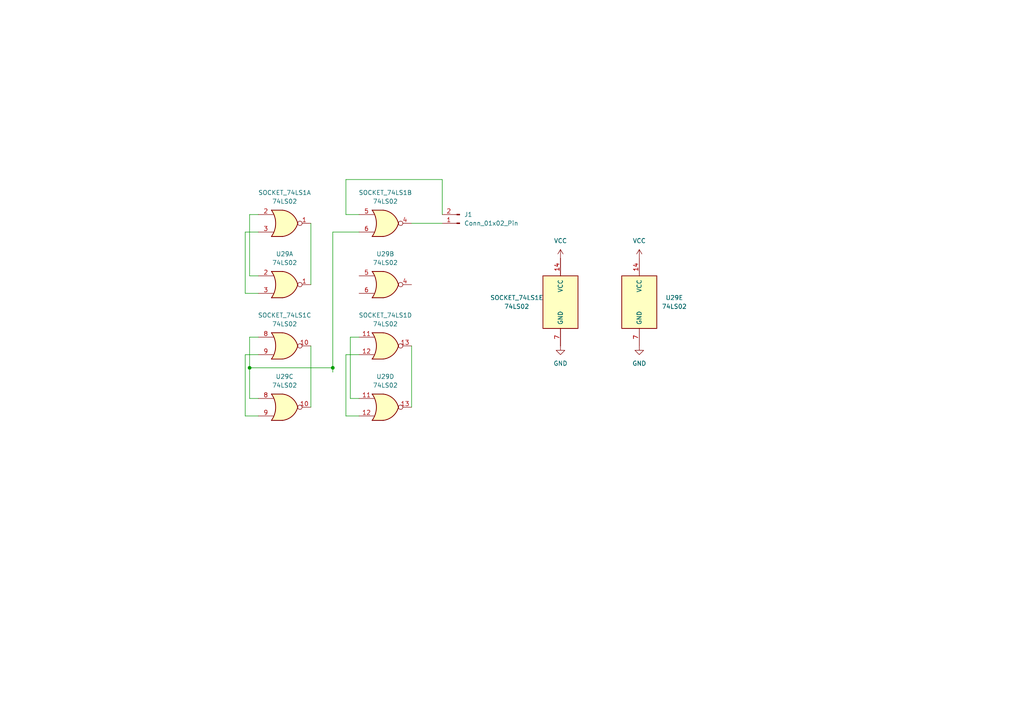
<source format=kicad_sch>
(kicad_sch (version 20230121) (generator eeschema)

  (uuid a80e08cc-fd22-4a32-b644-c19cdbfab054)

  (paper "A4")

  (lib_symbols
    (symbol "74xx:74LS02" (pin_names (offset 1.016)) (in_bom yes) (on_board yes)
      (property "Reference" "U" (at 0 1.27 0)
        (effects (font (size 1.27 1.27)))
      )
      (property "Value" "74LS02" (at 0 -1.27 0)
        (effects (font (size 1.27 1.27)))
      )
      (property "Footprint" "" (at 0 0 0)
        (effects (font (size 1.27 1.27)) hide)
      )
      (property "Datasheet" "http://www.ti.com/lit/gpn/sn74ls02" (at 0 0 0)
        (effects (font (size 1.27 1.27)) hide)
      )
      (property "ki_locked" "" (at 0 0 0)
        (effects (font (size 1.27 1.27)))
      )
      (property "ki_keywords" "TTL Nor2" (at 0 0 0)
        (effects (font (size 1.27 1.27)) hide)
      )
      (property "ki_description" "quad 2-input NOR gate" (at 0 0 0)
        (effects (font (size 1.27 1.27)) hide)
      )
      (property "ki_fp_filters" "SO14* DIP*W7.62mm*" (at 0 0 0)
        (effects (font (size 1.27 1.27)) hide)
      )
      (symbol "74LS02_1_1"
        (arc (start -3.81 -3.81) (mid -2.589 0) (end -3.81 3.81)
          (stroke (width 0.254) (type default))
          (fill (type none))
        )
        (arc (start -0.6096 -3.81) (mid 2.1842 -2.5851) (end 3.81 0)
          (stroke (width 0.254) (type default))
          (fill (type background))
        )
        (polyline
          (pts
            (xy -3.81 -3.81)
            (xy -0.635 -3.81)
          )
          (stroke (width 0.254) (type default))
          (fill (type background))
        )
        (polyline
          (pts
            (xy -3.81 3.81)
            (xy -0.635 3.81)
          )
          (stroke (width 0.254) (type default))
          (fill (type background))
        )
        (polyline
          (pts
            (xy -0.635 3.81)
            (xy -3.81 3.81)
            (xy -3.81 3.81)
            (xy -3.556 3.4036)
            (xy -3.0226 2.2606)
            (xy -2.6924 1.0414)
            (xy -2.6162 -0.254)
            (xy -2.7686 -1.4986)
            (xy -3.175 -2.7178)
            (xy -3.81 -3.81)
            (xy -3.81 -3.81)
            (xy -0.635 -3.81)
          )
          (stroke (width -25.4) (type default))
          (fill (type background))
        )
        (arc (start 3.81 0) (mid 2.1915 2.5936) (end -0.6096 3.81)
          (stroke (width 0.254) (type default))
          (fill (type background))
        )
        (pin output inverted (at 7.62 0 180) (length 3.81)
          (name "~" (effects (font (size 1.27 1.27))))
          (number "1" (effects (font (size 1.27 1.27))))
        )
        (pin input line (at -7.62 2.54 0) (length 4.318)
          (name "~" (effects (font (size 1.27 1.27))))
          (number "2" (effects (font (size 1.27 1.27))))
        )
        (pin input line (at -7.62 -2.54 0) (length 4.318)
          (name "~" (effects (font (size 1.27 1.27))))
          (number "3" (effects (font (size 1.27 1.27))))
        )
      )
      (symbol "74LS02_1_2"
        (arc (start 0 -3.81) (mid 3.7934 0) (end 0 3.81)
          (stroke (width 0.254) (type default))
          (fill (type background))
        )
        (polyline
          (pts
            (xy 0 3.81)
            (xy -3.81 3.81)
            (xy -3.81 -3.81)
            (xy 0 -3.81)
          )
          (stroke (width 0.254) (type default))
          (fill (type background))
        )
        (pin output line (at 7.62 0 180) (length 3.81)
          (name "~" (effects (font (size 1.27 1.27))))
          (number "1" (effects (font (size 1.27 1.27))))
        )
        (pin input inverted (at -7.62 2.54 0) (length 3.81)
          (name "~" (effects (font (size 1.27 1.27))))
          (number "2" (effects (font (size 1.27 1.27))))
        )
        (pin input inverted (at -7.62 -2.54 0) (length 3.81)
          (name "~" (effects (font (size 1.27 1.27))))
          (number "3" (effects (font (size 1.27 1.27))))
        )
      )
      (symbol "74LS02_2_1"
        (arc (start -3.81 -3.81) (mid -2.589 0) (end -3.81 3.81)
          (stroke (width 0.254) (type default))
          (fill (type none))
        )
        (arc (start -0.6096 -3.81) (mid 2.1842 -2.5851) (end 3.81 0)
          (stroke (width 0.254) (type default))
          (fill (type background))
        )
        (polyline
          (pts
            (xy -3.81 -3.81)
            (xy -0.635 -3.81)
          )
          (stroke (width 0.254) (type default))
          (fill (type background))
        )
        (polyline
          (pts
            (xy -3.81 3.81)
            (xy -0.635 3.81)
          )
          (stroke (width 0.254) (type default))
          (fill (type background))
        )
        (polyline
          (pts
            (xy -0.635 3.81)
            (xy -3.81 3.81)
            (xy -3.81 3.81)
            (xy -3.556 3.4036)
            (xy -3.0226 2.2606)
            (xy -2.6924 1.0414)
            (xy -2.6162 -0.254)
            (xy -2.7686 -1.4986)
            (xy -3.175 -2.7178)
            (xy -3.81 -3.81)
            (xy -3.81 -3.81)
            (xy -0.635 -3.81)
          )
          (stroke (width -25.4) (type default))
          (fill (type background))
        )
        (arc (start 3.81 0) (mid 2.1915 2.5936) (end -0.6096 3.81)
          (stroke (width 0.254) (type default))
          (fill (type background))
        )
        (pin output inverted (at 7.62 0 180) (length 3.81)
          (name "~" (effects (font (size 1.27 1.27))))
          (number "4" (effects (font (size 1.27 1.27))))
        )
        (pin input line (at -7.62 2.54 0) (length 4.318)
          (name "~" (effects (font (size 1.27 1.27))))
          (number "5" (effects (font (size 1.27 1.27))))
        )
        (pin input line (at -7.62 -2.54 0) (length 4.318)
          (name "~" (effects (font (size 1.27 1.27))))
          (number "6" (effects (font (size 1.27 1.27))))
        )
      )
      (symbol "74LS02_2_2"
        (arc (start 0 -3.81) (mid 3.7934 0) (end 0 3.81)
          (stroke (width 0.254) (type default))
          (fill (type background))
        )
        (polyline
          (pts
            (xy 0 3.81)
            (xy -3.81 3.81)
            (xy -3.81 -3.81)
            (xy 0 -3.81)
          )
          (stroke (width 0.254) (type default))
          (fill (type background))
        )
        (pin output line (at 7.62 0 180) (length 3.81)
          (name "~" (effects (font (size 1.27 1.27))))
          (number "4" (effects (font (size 1.27 1.27))))
        )
        (pin input inverted (at -7.62 2.54 0) (length 3.81)
          (name "~" (effects (font (size 1.27 1.27))))
          (number "5" (effects (font (size 1.27 1.27))))
        )
        (pin input inverted (at -7.62 -2.54 0) (length 3.81)
          (name "~" (effects (font (size 1.27 1.27))))
          (number "6" (effects (font (size 1.27 1.27))))
        )
      )
      (symbol "74LS02_3_1"
        (arc (start -3.81 -3.81) (mid -2.589 0) (end -3.81 3.81)
          (stroke (width 0.254) (type default))
          (fill (type none))
        )
        (arc (start -0.6096 -3.81) (mid 2.1842 -2.5851) (end 3.81 0)
          (stroke (width 0.254) (type default))
          (fill (type background))
        )
        (polyline
          (pts
            (xy -3.81 -3.81)
            (xy -0.635 -3.81)
          )
          (stroke (width 0.254) (type default))
          (fill (type background))
        )
        (polyline
          (pts
            (xy -3.81 3.81)
            (xy -0.635 3.81)
          )
          (stroke (width 0.254) (type default))
          (fill (type background))
        )
        (polyline
          (pts
            (xy -0.635 3.81)
            (xy -3.81 3.81)
            (xy -3.81 3.81)
            (xy -3.556 3.4036)
            (xy -3.0226 2.2606)
            (xy -2.6924 1.0414)
            (xy -2.6162 -0.254)
            (xy -2.7686 -1.4986)
            (xy -3.175 -2.7178)
            (xy -3.81 -3.81)
            (xy -3.81 -3.81)
            (xy -0.635 -3.81)
          )
          (stroke (width -25.4) (type default))
          (fill (type background))
        )
        (arc (start 3.81 0) (mid 2.1915 2.5936) (end -0.6096 3.81)
          (stroke (width 0.254) (type default))
          (fill (type background))
        )
        (pin output inverted (at 7.62 0 180) (length 3.81)
          (name "~" (effects (font (size 1.27 1.27))))
          (number "10" (effects (font (size 1.27 1.27))))
        )
        (pin input line (at -7.62 2.54 0) (length 4.318)
          (name "~" (effects (font (size 1.27 1.27))))
          (number "8" (effects (font (size 1.27 1.27))))
        )
        (pin input line (at -7.62 -2.54 0) (length 4.318)
          (name "~" (effects (font (size 1.27 1.27))))
          (number "9" (effects (font (size 1.27 1.27))))
        )
      )
      (symbol "74LS02_3_2"
        (arc (start 0 -3.81) (mid 3.7934 0) (end 0 3.81)
          (stroke (width 0.254) (type default))
          (fill (type background))
        )
        (polyline
          (pts
            (xy 0 3.81)
            (xy -3.81 3.81)
            (xy -3.81 -3.81)
            (xy 0 -3.81)
          )
          (stroke (width 0.254) (type default))
          (fill (type background))
        )
        (pin output line (at 7.62 0 180) (length 3.81)
          (name "~" (effects (font (size 1.27 1.27))))
          (number "10" (effects (font (size 1.27 1.27))))
        )
        (pin input inverted (at -7.62 2.54 0) (length 3.81)
          (name "~" (effects (font (size 1.27 1.27))))
          (number "8" (effects (font (size 1.27 1.27))))
        )
        (pin input inverted (at -7.62 -2.54 0) (length 3.81)
          (name "~" (effects (font (size 1.27 1.27))))
          (number "9" (effects (font (size 1.27 1.27))))
        )
      )
      (symbol "74LS02_4_1"
        (arc (start -3.81 -3.81) (mid -2.589 0) (end -3.81 3.81)
          (stroke (width 0.254) (type default))
          (fill (type none))
        )
        (arc (start -0.6096 -3.81) (mid 2.1842 -2.5851) (end 3.81 0)
          (stroke (width 0.254) (type default))
          (fill (type background))
        )
        (polyline
          (pts
            (xy -3.81 -3.81)
            (xy -0.635 -3.81)
          )
          (stroke (width 0.254) (type default))
          (fill (type background))
        )
        (polyline
          (pts
            (xy -3.81 3.81)
            (xy -0.635 3.81)
          )
          (stroke (width 0.254) (type default))
          (fill (type background))
        )
        (polyline
          (pts
            (xy -0.635 3.81)
            (xy -3.81 3.81)
            (xy -3.81 3.81)
            (xy -3.556 3.4036)
            (xy -3.0226 2.2606)
            (xy -2.6924 1.0414)
            (xy -2.6162 -0.254)
            (xy -2.7686 -1.4986)
            (xy -3.175 -2.7178)
            (xy -3.81 -3.81)
            (xy -3.81 -3.81)
            (xy -0.635 -3.81)
          )
          (stroke (width -25.4) (type default))
          (fill (type background))
        )
        (arc (start 3.81 0) (mid 2.1915 2.5936) (end -0.6096 3.81)
          (stroke (width 0.254) (type default))
          (fill (type background))
        )
        (pin input line (at -7.62 2.54 0) (length 4.318)
          (name "~" (effects (font (size 1.27 1.27))))
          (number "11" (effects (font (size 1.27 1.27))))
        )
        (pin input line (at -7.62 -2.54 0) (length 4.318)
          (name "~" (effects (font (size 1.27 1.27))))
          (number "12" (effects (font (size 1.27 1.27))))
        )
        (pin output inverted (at 7.62 0 180) (length 3.81)
          (name "~" (effects (font (size 1.27 1.27))))
          (number "13" (effects (font (size 1.27 1.27))))
        )
      )
      (symbol "74LS02_4_2"
        (arc (start 0 -3.81) (mid 3.7934 0) (end 0 3.81)
          (stroke (width 0.254) (type default))
          (fill (type background))
        )
        (polyline
          (pts
            (xy 0 3.81)
            (xy -3.81 3.81)
            (xy -3.81 -3.81)
            (xy 0 -3.81)
          )
          (stroke (width 0.254) (type default))
          (fill (type background))
        )
        (pin input inverted (at -7.62 2.54 0) (length 3.81)
          (name "~" (effects (font (size 1.27 1.27))))
          (number "11" (effects (font (size 1.27 1.27))))
        )
        (pin input inverted (at -7.62 -2.54 0) (length 3.81)
          (name "~" (effects (font (size 1.27 1.27))))
          (number "12" (effects (font (size 1.27 1.27))))
        )
        (pin output line (at 7.62 0 180) (length 3.81)
          (name "~" (effects (font (size 1.27 1.27))))
          (number "13" (effects (font (size 1.27 1.27))))
        )
      )
      (symbol "74LS02_5_0"
        (pin power_in line (at 0 12.7 270) (length 5.08)
          (name "VCC" (effects (font (size 1.27 1.27))))
          (number "14" (effects (font (size 1.27 1.27))))
        )
        (pin power_in line (at 0 -12.7 90) (length 5.08)
          (name "GND" (effects (font (size 1.27 1.27))))
          (number "7" (effects (font (size 1.27 1.27))))
        )
      )
      (symbol "74LS02_5_1"
        (rectangle (start -5.08 7.62) (end 5.08 -7.62)
          (stroke (width 0.254) (type default))
          (fill (type background))
        )
      )
    )
    (symbol "Connector:Conn_01x02_Pin" (pin_names (offset 1.016) hide) (in_bom yes) (on_board yes)
      (property "Reference" "J" (at 0 2.54 0)
        (effects (font (size 1.27 1.27)))
      )
      (property "Value" "Conn_01x02_Pin" (at 0 -5.08 0)
        (effects (font (size 1.27 1.27)))
      )
      (property "Footprint" "" (at 0 0 0)
        (effects (font (size 1.27 1.27)) hide)
      )
      (property "Datasheet" "~" (at 0 0 0)
        (effects (font (size 1.27 1.27)) hide)
      )
      (property "ki_locked" "" (at 0 0 0)
        (effects (font (size 1.27 1.27)))
      )
      (property "ki_keywords" "connector" (at 0 0 0)
        (effects (font (size 1.27 1.27)) hide)
      )
      (property "ki_description" "Generic connector, single row, 01x02, script generated" (at 0 0 0)
        (effects (font (size 1.27 1.27)) hide)
      )
      (property "ki_fp_filters" "Connector*:*_1x??_*" (at 0 0 0)
        (effects (font (size 1.27 1.27)) hide)
      )
      (symbol "Conn_01x02_Pin_1_1"
        (polyline
          (pts
            (xy 1.27 -2.54)
            (xy 0.8636 -2.54)
          )
          (stroke (width 0.1524) (type default))
          (fill (type none))
        )
        (polyline
          (pts
            (xy 1.27 0)
            (xy 0.8636 0)
          )
          (stroke (width 0.1524) (type default))
          (fill (type none))
        )
        (rectangle (start 0.8636 -2.413) (end 0 -2.667)
          (stroke (width 0.1524) (type default))
          (fill (type outline))
        )
        (rectangle (start 0.8636 0.127) (end 0 -0.127)
          (stroke (width 0.1524) (type default))
          (fill (type outline))
        )
        (pin passive line (at 5.08 0 180) (length 3.81)
          (name "Pin_1" (effects (font (size 1.27 1.27))))
          (number "1" (effects (font (size 1.27 1.27))))
        )
        (pin passive line (at 5.08 -2.54 180) (length 3.81)
          (name "Pin_2" (effects (font (size 1.27 1.27))))
          (number "2" (effects (font (size 1.27 1.27))))
        )
      )
    )
    (symbol "power:GND" (power) (pin_names (offset 0)) (in_bom yes) (on_board yes)
      (property "Reference" "#PWR" (at 0 -6.35 0)
        (effects (font (size 1.27 1.27)) hide)
      )
      (property "Value" "GND" (at 0 -3.81 0)
        (effects (font (size 1.27 1.27)))
      )
      (property "Footprint" "" (at 0 0 0)
        (effects (font (size 1.27 1.27)) hide)
      )
      (property "Datasheet" "" (at 0 0 0)
        (effects (font (size 1.27 1.27)) hide)
      )
      (property "ki_keywords" "global power" (at 0 0 0)
        (effects (font (size 1.27 1.27)) hide)
      )
      (property "ki_description" "Power symbol creates a global label with name \"GND\" , ground" (at 0 0 0)
        (effects (font (size 1.27 1.27)) hide)
      )
      (symbol "GND_0_1"
        (polyline
          (pts
            (xy 0 0)
            (xy 0 -1.27)
            (xy 1.27 -1.27)
            (xy 0 -2.54)
            (xy -1.27 -1.27)
            (xy 0 -1.27)
          )
          (stroke (width 0) (type default))
          (fill (type none))
        )
      )
      (symbol "GND_1_1"
        (pin power_in line (at 0 0 270) (length 0) hide
          (name "GND" (effects (font (size 1.27 1.27))))
          (number "1" (effects (font (size 1.27 1.27))))
        )
      )
    )
    (symbol "power:VCC" (power) (pin_names (offset 0)) (in_bom yes) (on_board yes)
      (property "Reference" "#PWR" (at 0 -3.81 0)
        (effects (font (size 1.27 1.27)) hide)
      )
      (property "Value" "VCC" (at 0 3.81 0)
        (effects (font (size 1.27 1.27)))
      )
      (property "Footprint" "" (at 0 0 0)
        (effects (font (size 1.27 1.27)) hide)
      )
      (property "Datasheet" "" (at 0 0 0)
        (effects (font (size 1.27 1.27)) hide)
      )
      (property "ki_keywords" "global power" (at 0 0 0)
        (effects (font (size 1.27 1.27)) hide)
      )
      (property "ki_description" "Power symbol creates a global label with name \"VCC\"" (at 0 0 0)
        (effects (font (size 1.27 1.27)) hide)
      )
      (symbol "VCC_0_1"
        (polyline
          (pts
            (xy -0.762 1.27)
            (xy 0 2.54)
          )
          (stroke (width 0) (type default))
          (fill (type none))
        )
        (polyline
          (pts
            (xy 0 0)
            (xy 0 2.54)
          )
          (stroke (width 0) (type default))
          (fill (type none))
        )
        (polyline
          (pts
            (xy 0 2.54)
            (xy 0.762 1.27)
          )
          (stroke (width 0) (type default))
          (fill (type none))
        )
      )
      (symbol "VCC_1_1"
        (pin power_in line (at 0 0 90) (length 0) hide
          (name "VCC" (effects (font (size 1.27 1.27))))
          (number "1" (effects (font (size 1.27 1.27))))
        )
      )
    )
  )

  (junction (at 72.39 106.68) (diameter 0) (color 0 0 0 0)
    (uuid b081ec00-7ae5-49b0-84bb-8522f47dba14)
  )
  (junction (at 96.52 106.68) (diameter 0) (color 0 0 0 0)
    (uuid b2cb2ac3-e135-45bc-a101-85c9f35067b7)
  )

  (wire (pts (xy 100.33 120.65) (xy 104.14 120.65))
    (stroke (width 0) (type default))
    (uuid 06be0bf8-27dc-48d3-9d21-a99d0df824b2)
  )
  (wire (pts (xy 101.6 115.57) (xy 104.14 115.57))
    (stroke (width 0) (type default))
    (uuid 085dd66e-d6c3-4130-a95f-5a09dfe54abd)
  )
  (wire (pts (xy 101.6 97.79) (xy 101.6 115.57))
    (stroke (width 0) (type default))
    (uuid 126e370f-d91b-4fc9-a2ed-d84b829e39c2)
  )
  (wire (pts (xy 72.39 80.01) (xy 74.93 80.01))
    (stroke (width 0) (type default))
    (uuid 135cdba7-77d0-4ae2-91a2-595c148e6e35)
  )
  (wire (pts (xy 74.93 62.23) (xy 72.39 62.23))
    (stroke (width 0) (type default))
    (uuid 18200b24-0dc8-476c-b3fd-5548d6e1c155)
  )
  (wire (pts (xy 100.33 62.23) (xy 100.33 52.07))
    (stroke (width 0) (type default))
    (uuid 189387ee-b862-48c9-abf5-04b6267dc8fe)
  )
  (wire (pts (xy 72.39 115.57) (xy 74.93 115.57))
    (stroke (width 0) (type default))
    (uuid 21acce94-2b9b-45c9-9056-1f4a69e14e35)
  )
  (wire (pts (xy 71.12 85.09) (xy 74.93 85.09))
    (stroke (width 0) (type default))
    (uuid 2615d322-8f0c-4fee-a3f0-fb0d5f5e0066)
  )
  (wire (pts (xy 72.39 106.68) (xy 72.39 115.57))
    (stroke (width 0) (type default))
    (uuid 2d959d0e-684c-47c1-b32f-06e0abc6cccc)
  )
  (wire (pts (xy 72.39 97.79) (xy 72.39 106.68))
    (stroke (width 0) (type default))
    (uuid 2e47e880-7ed4-42e8-8e09-162587d5c6d5)
  )
  (wire (pts (xy 119.38 64.77) (xy 128.27 64.77))
    (stroke (width 0) (type default))
    (uuid 3a316e8b-0ef2-44c0-8c16-5c57d0fff370)
  )
  (wire (pts (xy 74.93 67.31) (xy 71.12 67.31))
    (stroke (width 0) (type default))
    (uuid 4cbd920f-8b8d-4d49-87e3-89a5a3b48db9)
  )
  (wire (pts (xy 100.33 102.87) (xy 100.33 120.65))
    (stroke (width 0) (type default))
    (uuid 4fa692db-c0bd-413b-9920-c31195bf782a)
  )
  (wire (pts (xy 96.52 106.68) (xy 96.52 107.95))
    (stroke (width 0) (type default))
    (uuid 5519d1ed-f84a-4587-9ef4-886271d39534)
  )
  (wire (pts (xy 71.12 120.65) (xy 74.93 120.65))
    (stroke (width 0) (type default))
    (uuid 56b05a12-f04c-45e9-b872-a8b7e224930d)
  )
  (wire (pts (xy 104.14 62.23) (xy 100.33 62.23))
    (stroke (width 0) (type default))
    (uuid 70c9b6d8-b43c-466d-9a94-b05c7aa58ec4)
  )
  (wire (pts (xy 104.14 102.87) (xy 100.33 102.87))
    (stroke (width 0) (type default))
    (uuid 96079a0e-d413-405a-b7b8-1d83b7df5c82)
  )
  (wire (pts (xy 90.17 100.33) (xy 90.17 118.11))
    (stroke (width 0) (type default))
    (uuid abc58407-f13a-4081-a078-16038fba0e44)
  )
  (wire (pts (xy 72.39 62.23) (xy 72.39 80.01))
    (stroke (width 0) (type default))
    (uuid ae1cabff-3c83-42f3-a6d6-43719f7f2bf1)
  )
  (wire (pts (xy 71.12 67.31) (xy 71.12 85.09))
    (stroke (width 0) (type default))
    (uuid b1f404dd-43b4-4931-93cc-481f792db06b)
  )
  (wire (pts (xy 100.33 52.07) (xy 128.27 52.07))
    (stroke (width 0) (type default))
    (uuid b27bd4c7-79c5-496f-ac02-7597e61661f1)
  )
  (wire (pts (xy 104.14 97.79) (xy 101.6 97.79))
    (stroke (width 0) (type default))
    (uuid bc674f99-ad27-448c-ad32-dd075be4e81a)
  )
  (wire (pts (xy 74.93 97.79) (xy 72.39 97.79))
    (stroke (width 0) (type default))
    (uuid cb66c1d1-b80c-46e8-b2f4-27d0be5f2594)
  )
  (wire (pts (xy 119.38 100.33) (xy 119.38 118.11))
    (stroke (width 0) (type default))
    (uuid cc96e971-c292-4c82-80cb-2836a51a4023)
  )
  (wire (pts (xy 90.17 64.77) (xy 90.17 82.55))
    (stroke (width 0) (type default))
    (uuid cfdbdc64-cb3c-467c-a054-1021683ce793)
  )
  (wire (pts (xy 71.12 102.87) (xy 71.12 120.65))
    (stroke (width 0) (type default))
    (uuid d076f91a-bb56-40a5-ade2-2c37582cf8cf)
  )
  (wire (pts (xy 104.14 67.31) (xy 96.52 67.31))
    (stroke (width 0) (type default))
    (uuid d30288f2-3369-40c5-8e5a-2ff2632440ae)
  )
  (wire (pts (xy 96.52 67.31) (xy 96.52 106.68))
    (stroke (width 0) (type default))
    (uuid ea9f5b0d-57d6-4576-aff6-f7699b280512)
  )
  (wire (pts (xy 128.27 52.07) (xy 128.27 62.23))
    (stroke (width 0) (type default))
    (uuid eb84be2e-3f34-4afa-8b3a-01d30a0e6b0b)
  )
  (wire (pts (xy 96.52 106.68) (xy 72.39 106.68))
    (stroke (width 0) (type default))
    (uuid ec0cd988-5209-4a73-a640-f65407ce21fa)
  )
  (wire (pts (xy 74.93 102.87) (xy 71.12 102.87))
    (stroke (width 0) (type default))
    (uuid ef19e24f-b075-4f65-8c28-12012f5d901a)
  )

  (symbol (lib_id "74xx:74LS02") (at 82.55 64.77 0) (unit 1)
    (in_bom yes) (on_board yes) (dnp no) (fields_autoplaced)
    (uuid 0bab7d2e-c05c-4c9d-803a-f19b628fc584)
    (property "Reference" "SOCKET_74LS1" (at 82.55 55.88 0)
      (effects (font (size 1.27 1.27)))
    )
    (property "Value" "74LS02" (at 82.55 58.42 0)
      (effects (font (size 1.27 1.27)))
    )
    (property "Footprint" "Package_DIP:DIP-14_W7.62mm_Socket" (at 82.55 64.77 0)
      (effects (font (size 1.27 1.27)) hide)
    )
    (property "Datasheet" "http://www.ti.com/lit/gpn/sn74ls02" (at 82.55 64.77 0)
      (effects (font (size 1.27 1.27)) hide)
    )
    (pin "13" (uuid 8287ce10-9b3b-404d-8fb9-033b3acb4a2c))
    (pin "9" (uuid e63ee56d-1a70-4e4f-8a3d-fee7a280d3dc))
    (pin "3" (uuid 4f9488f3-3b38-4f43-bdb2-8e58081ab878))
    (pin "6" (uuid 7b61e02b-7cef-4119-9910-77261f5ff762))
    (pin "2" (uuid c0b50fb8-fc10-4d7a-90c8-a1fadf9ec3ce))
    (pin "12" (uuid 00a0f90a-ec99-43d6-8ac4-00306ce01edc))
    (pin "14" (uuid 7d2635f3-17aa-4264-bcc5-b5857cac85e3))
    (pin "1" (uuid efafd8ce-61ca-4874-a5bf-fa92a127b1ce))
    (pin "10" (uuid 51141541-52f0-439a-99d1-49891120380a))
    (pin "4" (uuid 172f3f2b-38b1-4048-aff8-4f2061a0cbb0))
    (pin "5" (uuid b80204ef-0572-4e52-a196-cc789867c1e3))
    (pin "8" (uuid 5ff80869-2ef1-48df-b3d0-b7c7ef8fcdea))
    (pin "7" (uuid 6534c64c-03de-4e33-a324-e444791a8029))
    (pin "11" (uuid 81745b59-ec97-4829-8494-aaf8cd0e3d76))
    (instances
      (project "U29-74LS02"
        (path "/a80e08cc-fd22-4a32-b644-c19cdbfab054"
          (reference "SOCKET_74LS1") (unit 1)
        )
      )
      (project "coco1_rev_e_64kb"
        (path "/f479d2f0-e1cc-4dc6-aaea-bd7e54e3e7e4"
          (reference "SOCKET_74LS2") (unit 1)
        )
      )
    )
  )

  (symbol (lib_id "74xx:74LS02") (at 111.76 118.11 0) (unit 4)
    (in_bom yes) (on_board yes) (dnp no) (fields_autoplaced)
    (uuid 0c207aed-eeb2-41cc-84b2-c5344224169d)
    (property "Reference" "U29" (at 111.76 109.22 0)
      (effects (font (size 1.27 1.27)))
    )
    (property "Value" "74LS02" (at 111.76 111.76 0)
      (effects (font (size 1.27 1.27)))
    )
    (property "Footprint" "Package_DIP:DIP-14_W7.62mm" (at 111.76 118.11 0)
      (effects (font (size 1.27 1.27)) hide)
    )
    (property "Datasheet" "http://www.ti.com/lit/gpn/sn74ls02" (at 111.76 118.11 0)
      (effects (font (size 1.27 1.27)) hide)
    )
    (pin "13" (uuid 0d058fdf-457f-4701-a511-c604c54ff90c))
    (pin "9" (uuid e63ee56d-1a70-4e4f-8a3d-fee7a280d3e0))
    (pin "3" (uuid bb94e210-0627-462a-99ea-d9fecc41c286))
    (pin "6" (uuid 7b61e02b-7cef-4119-9910-77261f5ff767))
    (pin "2" (uuid 03be6e15-41cc-4b45-bfb1-d2d9f62344bf))
    (pin "12" (uuid a5350077-433e-4bc2-bcc1-71586483a6e1))
    (pin "14" (uuid 7d2635f3-17aa-4264-bcc5-b5857cac85e8))
    (pin "1" (uuid 2a646030-c096-403e-8ee7-b3153c3ea51b))
    (pin "10" (uuid 51141541-52f0-439a-99d1-49891120380e))
    (pin "4" (uuid 172f3f2b-38b1-4048-aff8-4f2061a0cbb5))
    (pin "5" (uuid b80204ef-0572-4e52-a196-cc789867c1e8))
    (pin "8" (uuid 5ff80869-2ef1-48df-b3d0-b7c7ef8fcdee))
    (pin "7" (uuid 6534c64c-03de-4e33-a324-e444791a802e))
    (pin "11" (uuid e07fb448-a318-4a52-a1c3-29f70ef4dca3))
    (instances
      (project "U29-74LS02"
        (path "/a80e08cc-fd22-4a32-b644-c19cdbfab054"
          (reference "U29") (unit 4)
        )
      )
      (project "coco1_rev_e_64kb"
        (path "/f479d2f0-e1cc-4dc6-aaea-bd7e54e3e7e4"
          (reference "U29") (unit 4)
        )
      )
    )
  )

  (symbol (lib_id "74xx:74LS02") (at 111.76 100.33 0) (unit 4)
    (in_bom yes) (on_board yes) (dnp no) (fields_autoplaced)
    (uuid 246fd94b-cfb1-4008-887f-fbdb5ddbcd46)
    (property "Reference" "SOCKET_74LS1" (at 111.76 91.44 0)
      (effects (font (size 1.27 1.27)))
    )
    (property "Value" "74LS02" (at 111.76 93.98 0)
      (effects (font (size 1.27 1.27)))
    )
    (property "Footprint" "Package_DIP:DIP-14_W7.62mm_Socket" (at 111.76 100.33 0)
      (effects (font (size 1.27 1.27)) hide)
    )
    (property "Datasheet" "http://www.ti.com/lit/gpn/sn74ls02" (at 111.76 100.33 0)
      (effects (font (size 1.27 1.27)) hide)
    )
    (pin "13" (uuid 44aaca85-9aac-4df9-929b-b32fe6d0d222))
    (pin "9" (uuid e63ee56d-1a70-4e4f-8a3d-fee7a280d3db))
    (pin "3" (uuid 16f51828-051b-4b4e-bdcc-c3f77f8f399b))
    (pin "6" (uuid 7b61e02b-7cef-4119-9910-77261f5ff761))
    (pin "2" (uuid 58a6cdb0-07f1-4c41-9f76-38b51374a4a2))
    (pin "12" (uuid dcc723de-8a11-4e6a-931d-70a1e73ce2c0))
    (pin "14" (uuid 7d2635f3-17aa-4264-bcc5-b5857cac85e2))
    (pin "1" (uuid a56de86d-6ad0-4d42-a39d-569a4ff49f26))
    (pin "10" (uuid 51141541-52f0-439a-99d1-498911203809))
    (pin "4" (uuid 172f3f2b-38b1-4048-aff8-4f2061a0cbaf))
    (pin "5" (uuid b80204ef-0572-4e52-a196-cc789867c1e2))
    (pin "8" (uuid 5ff80869-2ef1-48df-b3d0-b7c7ef8fcde9))
    (pin "7" (uuid 6534c64c-03de-4e33-a324-e444791a8028))
    (pin "11" (uuid f62ce3ae-7604-4238-9a38-4e6876e0f753))
    (instances
      (project "U29-74LS02"
        (path "/a80e08cc-fd22-4a32-b644-c19cdbfab054"
          (reference "SOCKET_74LS1") (unit 4)
        )
      )
      (project "coco1_rev_e_64kb"
        (path "/f479d2f0-e1cc-4dc6-aaea-bd7e54e3e7e4"
          (reference "SOCKET_74LS2") (unit 4)
        )
      )
    )
  )

  (symbol (lib_id "74xx:74LS02") (at 111.76 64.77 0) (unit 2)
    (in_bom yes) (on_board yes) (dnp no) (fields_autoplaced)
    (uuid 3f61066e-1e8f-4912-972d-c9d58834797d)
    (property "Reference" "SOCKET_74LS1" (at 111.76 55.88 0)
      (effects (font (size 1.27 1.27)))
    )
    (property "Value" "74LS02" (at 111.76 58.42 0)
      (effects (font (size 1.27 1.27)))
    )
    (property "Footprint" "Package_DIP:DIP-14_W7.62mm_Socket" (at 111.76 64.77 0)
      (effects (font (size 1.27 1.27)) hide)
    )
    (property "Datasheet" "http://www.ti.com/lit/gpn/sn74ls02" (at 111.76 64.77 0)
      (effects (font (size 1.27 1.27)) hide)
    )
    (pin "13" (uuid 8287ce10-9b3b-404d-8fb9-033b3acb4a2d))
    (pin "9" (uuid e63ee56d-1a70-4e4f-8a3d-fee7a280d3dd))
    (pin "3" (uuid fe7f9ad7-ce2b-4b17-9c90-b8c5c80eb467))
    (pin "6" (uuid 3919e612-d348-4f03-999e-32a37f119254))
    (pin "2" (uuid e3b12ef8-0561-4cb0-8a9e-8768a705067b))
    (pin "12" (uuid 00a0f90a-ec99-43d6-8ac4-00306ce01edd))
    (pin "14" (uuid 7d2635f3-17aa-4264-bcc5-b5857cac85e4))
    (pin "1" (uuid 9428f088-8553-4411-8485-ccb149d7c7ee))
    (pin "10" (uuid 51141541-52f0-439a-99d1-49891120380b))
    (pin "4" (uuid c7e389ed-00d7-4470-bfc4-6b159b48729a))
    (pin "5" (uuid 25046bf7-f4ae-472a-94db-755e3e6bcd43))
    (pin "8" (uuid 5ff80869-2ef1-48df-b3d0-b7c7ef8fcdeb))
    (pin "7" (uuid 6534c64c-03de-4e33-a324-e444791a802a))
    (pin "11" (uuid 81745b59-ec97-4829-8494-aaf8cd0e3d77))
    (instances
      (project "U29-74LS02"
        (path "/a80e08cc-fd22-4a32-b644-c19cdbfab054"
          (reference "SOCKET_74LS1") (unit 2)
        )
      )
      (project "coco1_rev_e_64kb"
        (path "/f479d2f0-e1cc-4dc6-aaea-bd7e54e3e7e4"
          (reference "SOCKET_74LS2") (unit 2)
        )
      )
    )
  )

  (symbol (lib_id "power:VCC") (at 162.56 74.93 0) (unit 1)
    (in_bom yes) (on_board yes) (dnp no) (fields_autoplaced)
    (uuid 43f6290d-253e-43dd-a347-600dc17e01a8)
    (property "Reference" "#PWR01" (at 162.56 78.74 0)
      (effects (font (size 1.27 1.27)) hide)
    )
    (property "Value" "VCC" (at 162.56 69.85 0)
      (effects (font (size 1.27 1.27)))
    )
    (property "Footprint" "" (at 162.56 74.93 0)
      (effects (font (size 1.27 1.27)) hide)
    )
    (property "Datasheet" "" (at 162.56 74.93 0)
      (effects (font (size 1.27 1.27)) hide)
    )
    (pin "1" (uuid 70e38342-3124-4565-8c5a-ebd722a81edd))
    (instances
      (project "U29-74LS02"
        (path "/a80e08cc-fd22-4a32-b644-c19cdbfab054"
          (reference "#PWR01") (unit 1)
        )
      )
      (project "coco1_rev_e_64kb"
        (path "/f479d2f0-e1cc-4dc6-aaea-bd7e54e3e7e4"
          (reference "#PWR05") (unit 1)
        )
      )
    )
  )

  (symbol (lib_id "74xx:74LS02") (at 82.55 82.55 0) (unit 1)
    (in_bom yes) (on_board yes) (dnp no) (fields_autoplaced)
    (uuid 7f5b8c78-31de-4e72-aaeb-58d1d932eeb5)
    (property "Reference" "U29" (at 82.55 73.66 0)
      (effects (font (size 1.27 1.27)))
    )
    (property "Value" "74LS02" (at 82.55 76.2 0)
      (effects (font (size 1.27 1.27)))
    )
    (property "Footprint" "Package_DIP:DIP-14_W7.62mm" (at 82.55 82.55 0)
      (effects (font (size 1.27 1.27)) hide)
    )
    (property "Datasheet" "http://www.ti.com/lit/gpn/sn74ls02" (at 82.55 82.55 0)
      (effects (font (size 1.27 1.27)) hide)
    )
    (pin "13" (uuid 8287ce10-9b3b-404d-8fb9-033b3acb4a30))
    (pin "9" (uuid e63ee56d-1a70-4e4f-8a3d-fee7a280d3df))
    (pin "3" (uuid 24d85bfc-6d12-40ff-b7c7-d01822c6f307))
    (pin "6" (uuid 7b61e02b-7cef-4119-9910-77261f5ff766))
    (pin "2" (uuid da5ac779-a356-4464-9c16-69169c53e073))
    (pin "12" (uuid 00a0f90a-ec99-43d6-8ac4-00306ce01ee0))
    (pin "14" (uuid 7d2635f3-17aa-4264-bcc5-b5857cac85e7))
    (pin "1" (uuid 5008cbe4-b7e7-4cb5-b89d-32477ed111ae))
    (pin "10" (uuid 51141541-52f0-439a-99d1-49891120380d))
    (pin "4" (uuid 172f3f2b-38b1-4048-aff8-4f2061a0cbb4))
    (pin "5" (uuid b80204ef-0572-4e52-a196-cc789867c1e7))
    (pin "8" (uuid 5ff80869-2ef1-48df-b3d0-b7c7ef8fcded))
    (pin "7" (uuid 6534c64c-03de-4e33-a324-e444791a802d))
    (pin "11" (uuid 81745b59-ec97-4829-8494-aaf8cd0e3d7a))
    (instances
      (project "U29-74LS02"
        (path "/a80e08cc-fd22-4a32-b644-c19cdbfab054"
          (reference "U29") (unit 1)
        )
      )
      (project "coco1_rev_e_64kb"
        (path "/f479d2f0-e1cc-4dc6-aaea-bd7e54e3e7e4"
          (reference "U29") (unit 1)
        )
      )
    )
  )

  (symbol (lib_id "74xx:74LS02") (at 111.76 82.55 0) (unit 2)
    (in_bom yes) (on_board yes) (dnp no) (fields_autoplaced)
    (uuid 919979fa-384d-4305-80ce-7f31a3b2edcb)
    (property "Reference" "U29" (at 111.76 73.66 0)
      (effects (font (size 1.27 1.27)))
    )
    (property "Value" "74LS02" (at 111.76 76.2 0)
      (effects (font (size 1.27 1.27)))
    )
    (property "Footprint" "Package_DIP:DIP-14_W7.62mm" (at 111.76 82.55 0)
      (effects (font (size 1.27 1.27)) hide)
    )
    (property "Datasheet" "http://www.ti.com/lit/gpn/sn74ls02" (at 111.76 82.55 0)
      (effects (font (size 1.27 1.27)) hide)
    )
    (pin "13" (uuid 8287ce10-9b3b-404d-8fb9-033b3acb4a2f))
    (pin "9" (uuid e63ee56d-1a70-4e4f-8a3d-fee7a280d3de))
    (pin "3" (uuid e6ac86ce-cd9d-49ce-b218-821d4bd267d3))
    (pin "6" (uuid d6c6912c-91cb-4dec-b36c-85544a23eebd))
    (pin "2" (uuid 7c7a0d26-f197-4605-8f8d-f11357502512))
    (pin "12" (uuid 00a0f90a-ec99-43d6-8ac4-00306ce01edf))
    (pin "14" (uuid 7d2635f3-17aa-4264-bcc5-b5857cac85e6))
    (pin "1" (uuid 62b44416-bcd0-4ded-8176-201a53e94d64))
    (pin "10" (uuid 51141541-52f0-439a-99d1-49891120380c))
    (pin "4" (uuid 7ea8f99a-3fd2-4f08-a565-cacd55beef2d))
    (pin "5" (uuid 816ad23a-95f0-4558-b6b6-f7f536fb71c1))
    (pin "8" (uuid 5ff80869-2ef1-48df-b3d0-b7c7ef8fcdec))
    (pin "7" (uuid 6534c64c-03de-4e33-a324-e444791a802c))
    (pin "11" (uuid 81745b59-ec97-4829-8494-aaf8cd0e3d79))
    (instances
      (project "U29-74LS02"
        (path "/a80e08cc-fd22-4a32-b644-c19cdbfab054"
          (reference "U29") (unit 2)
        )
      )
      (project "coco1_rev_e_64kb"
        (path "/f479d2f0-e1cc-4dc6-aaea-bd7e54e3e7e4"
          (reference "U29") (unit 2)
        )
      )
    )
  )

  (symbol (lib_id "74xx:74LS02") (at 82.55 100.33 0) (unit 3)
    (in_bom yes) (on_board yes) (dnp no) (fields_autoplaced)
    (uuid a0fa0a9b-5eec-4bbe-9772-10cc842bd991)
    (property "Reference" "SOCKET_74LS1" (at 82.55 91.44 0)
      (effects (font (size 1.27 1.27)))
    )
    (property "Value" "74LS02" (at 82.55 93.98 0)
      (effects (font (size 1.27 1.27)))
    )
    (property "Footprint" "Package_DIP:DIP-14_W7.62mm_Socket" (at 82.55 100.33 0)
      (effects (font (size 1.27 1.27)) hide)
    )
    (property "Datasheet" "http://www.ti.com/lit/gpn/sn74ls02" (at 82.55 100.33 0)
      (effects (font (size 1.27 1.27)) hide)
    )
    (pin "13" (uuid 8287ce10-9b3b-404d-8fb9-033b3acb4a28))
    (pin "9" (uuid aab37b05-818a-475b-8656-10ea7cbcf231))
    (pin "3" (uuid d1793f3c-ec47-45c7-b0ef-e291f01355d6))
    (pin "6" (uuid 7b61e02b-7cef-4119-9910-77261f5ff75e))
    (pin "2" (uuid a5eb1d16-65a2-48b4-9e4c-f8d1aa5c3df8))
    (pin "12" (uuid 00a0f90a-ec99-43d6-8ac4-00306ce01ed8))
    (pin "14" (uuid 7d2635f3-17aa-4264-bcc5-b5857cac85df))
    (pin "1" (uuid 1341ae9d-588a-4159-9970-201c14e38a02))
    (pin "10" (uuid afef7ee2-4ea2-4eb6-9c25-5ac594c135da))
    (pin "4" (uuid 172f3f2b-38b1-4048-aff8-4f2061a0cbac))
    (pin "5" (uuid b80204ef-0572-4e52-a196-cc789867c1df))
    (pin "8" (uuid 79572f0b-6f01-4371-aa74-ea805efd8329))
    (pin "7" (uuid 6534c64c-03de-4e33-a324-e444791a8025))
    (pin "11" (uuid 81745b59-ec97-4829-8494-aaf8cd0e3d72))
    (instances
      (project "U29-74LS02"
        (path "/a80e08cc-fd22-4a32-b644-c19cdbfab054"
          (reference "SOCKET_74LS1") (unit 3)
        )
      )
      (project "coco1_rev_e_64kb"
        (path "/f479d2f0-e1cc-4dc6-aaea-bd7e54e3e7e4"
          (reference "SOCKET_74LS2") (unit 3)
        )
      )
    )
  )

  (symbol (lib_id "power:GND") (at 162.56 100.33 0) (unit 1)
    (in_bom yes) (on_board yes) (dnp no) (fields_autoplaced)
    (uuid a16a290e-e0a7-44ad-9ad2-96bab944fb07)
    (property "Reference" "#PWR02" (at 162.56 106.68 0)
      (effects (font (size 1.27 1.27)) hide)
    )
    (property "Value" "GND" (at 162.56 105.41 0)
      (effects (font (size 1.27 1.27)))
    )
    (property "Footprint" "" (at 162.56 100.33 0)
      (effects (font (size 1.27 1.27)) hide)
    )
    (property "Datasheet" "" (at 162.56 100.33 0)
      (effects (font (size 1.27 1.27)) hide)
    )
    (pin "1" (uuid e8b0f605-3f86-4e43-8f7e-246b2b197097))
    (instances
      (project "U29-74LS02"
        (path "/a80e08cc-fd22-4a32-b644-c19cdbfab054"
          (reference "#PWR02") (unit 1)
        )
      )
      (project "coco1_rev_e_64kb"
        (path "/f479d2f0-e1cc-4dc6-aaea-bd7e54e3e7e4"
          (reference "#PWR01") (unit 1)
        )
      )
    )
  )

  (symbol (lib_id "74xx:74LS02") (at 162.56 87.63 0) (unit 5)
    (in_bom yes) (on_board yes) (dnp no)
    (uuid a8c03abb-1a7c-47b2-b383-b57491e08a25)
    (property "Reference" "SOCKET_74LS1" (at 149.86 86.36 0)
      (effects (font (size 1.27 1.27)))
    )
    (property "Value" "74LS02" (at 149.86 88.9 0)
      (effects (font (size 1.27 1.27)))
    )
    (property "Footprint" "Package_DIP:DIP-14_W7.62mm_Socket" (at 162.56 87.63 0)
      (effects (font (size 1.27 1.27)) hide)
    )
    (property "Datasheet" "http://www.ti.com/lit/gpn/sn74ls02" (at 162.56 87.63 0)
      (effects (font (size 1.27 1.27)) hide)
    )
    (pin "13" (uuid 8287ce10-9b3b-404d-8fb9-033b3acb4a2e))
    (pin "9" (uuid 4ace53ee-3411-45bb-a511-120f5fc464be))
    (pin "3" (uuid d1793f3c-ec47-45c7-b0ef-e291f01355d7))
    (pin "6" (uuid 7b61e02b-7cef-4119-9910-77261f5ff764))
    (pin "2" (uuid a5eb1d16-65a2-48b4-9e4c-f8d1aa5c3df9))
    (pin "12" (uuid 00a0f90a-ec99-43d6-8ac4-00306ce01ede))
    (pin "14" (uuid 4b6131d7-54f5-4f24-b6dd-e07142d63443))
    (pin "1" (uuid 1341ae9d-588a-4159-9970-201c14e38a03))
    (pin "10" (uuid d0702843-82ef-4f21-8cac-c2b8ad7998d2))
    (pin "4" (uuid 172f3f2b-38b1-4048-aff8-4f2061a0cbb2))
    (pin "5" (uuid b80204ef-0572-4e52-a196-cc789867c1e5))
    (pin "8" (uuid 893f1a4b-da58-4857-9888-23e959215e5a))
    (pin "7" (uuid 0bc4ad66-96b3-46e7-b3eb-cf65e44840f8))
    (pin "11" (uuid 81745b59-ec97-4829-8494-aaf8cd0e3d78))
    (instances
      (project "U29-74LS02"
        (path "/a80e08cc-fd22-4a32-b644-c19cdbfab054"
          (reference "SOCKET_74LS1") (unit 5)
        )
      )
      (project "coco1_rev_e_64kb"
        (path "/f479d2f0-e1cc-4dc6-aaea-bd7e54e3e7e4"
          (reference "SOCKET_74LS2") (unit 5)
        )
      )
    )
  )

  (symbol (lib_id "Connector:Conn_01x02_Pin") (at 133.35 64.77 180) (unit 1)
    (in_bom yes) (on_board yes) (dnp no) (fields_autoplaced)
    (uuid a9f38160-b0de-4e83-b7fa-df179760e175)
    (property "Reference" "J1" (at 134.62 62.23 0)
      (effects (font (size 1.27 1.27)) (justify right))
    )
    (property "Value" "Conn_01x02_Pin" (at 134.62 64.77 0)
      (effects (font (size 1.27 1.27)) (justify right))
    )
    (property "Footprint" "Connector_PinHeader_2.54mm:PinHeader_1x02_P2.54mm_Vertical" (at 133.35 64.77 0)
      (effects (font (size 1.27 1.27)) hide)
    )
    (property "Datasheet" "~" (at 133.35 64.77 0)
      (effects (font (size 1.27 1.27)) hide)
    )
    (pin "2" (uuid 58d9cde7-3971-4d36-96fc-e5391ec0ef0f))
    (pin "1" (uuid 22b72b07-f20e-4bac-9bc4-5f4eb7621fc6))
    (instances
      (project "U29-74LS02"
        (path "/a80e08cc-fd22-4a32-b644-c19cdbfab054"
          (reference "J1") (unit 1)
        )
      )
    )
  )

  (symbol (lib_id "74xx:74LS02") (at 82.55 118.11 0) (unit 3)
    (in_bom yes) (on_board yes) (dnp no) (fields_autoplaced)
    (uuid cfb738f1-38e3-44c4-a7ec-a6106dfc22f8)
    (property "Reference" "U29" (at 82.55 109.22 0)
      (effects (font (size 1.27 1.27)))
    )
    (property "Value" "74LS02" (at 82.55 111.76 0)
      (effects (font (size 1.27 1.27)))
    )
    (property "Footprint" "Package_DIP:DIP-14_W7.62mm" (at 82.55 118.11 0)
      (effects (font (size 1.27 1.27)) hide)
    )
    (property "Datasheet" "http://www.ti.com/lit/gpn/sn74ls02" (at 82.55 118.11 0)
      (effects (font (size 1.27 1.27)) hide)
    )
    (pin "13" (uuid 8287ce10-9b3b-404d-8fb9-033b3acb4a2a))
    (pin "9" (uuid 226864f4-54f8-4cd8-b46c-44c2651ce6d1))
    (pin "3" (uuid 1f8f80a3-f650-460c-8a28-21c6ef05122c))
    (pin "6" (uuid 7b61e02b-7cef-4119-9910-77261f5ff760))
    (pin "2" (uuid fa23e9e7-ae92-46a4-8217-0fc2ff0dcb44))
    (pin "12" (uuid 00a0f90a-ec99-43d6-8ac4-00306ce01eda))
    (pin "14" (uuid 7d2635f3-17aa-4264-bcc5-b5857cac85e1))
    (pin "1" (uuid 347ed8b9-fb75-47dd-85c0-4a7f3b9c3ae9))
    (pin "10" (uuid 4b7e57e5-cfff-4ef4-8cdb-72e57d4eb258))
    (pin "4" (uuid 172f3f2b-38b1-4048-aff8-4f2061a0cbae))
    (pin "5" (uuid b80204ef-0572-4e52-a196-cc789867c1e1))
    (pin "8" (uuid 4ce7a819-5c36-42c1-acdd-357b870acc72))
    (pin "7" (uuid 6534c64c-03de-4e33-a324-e444791a8027))
    (pin "11" (uuid 81745b59-ec97-4829-8494-aaf8cd0e3d74))
    (instances
      (project "U29-74LS02"
        (path "/a80e08cc-fd22-4a32-b644-c19cdbfab054"
          (reference "U29") (unit 3)
        )
      )
      (project "coco1_rev_e_64kb"
        (path "/f479d2f0-e1cc-4dc6-aaea-bd7e54e3e7e4"
          (reference "U29") (unit 3)
        )
      )
    )
  )

  (symbol (lib_id "power:GND") (at 185.42 100.33 0) (unit 1)
    (in_bom yes) (on_board yes) (dnp no) (fields_autoplaced)
    (uuid d58df01e-dd28-4747-bc69-0b1335c6167d)
    (property "Reference" "#PWR04" (at 185.42 106.68 0)
      (effects (font (size 1.27 1.27)) hide)
    )
    (property "Value" "GND" (at 185.42 105.41 0)
      (effects (font (size 1.27 1.27)))
    )
    (property "Footprint" "" (at 185.42 100.33 0)
      (effects (font (size 1.27 1.27)) hide)
    )
    (property "Datasheet" "" (at 185.42 100.33 0)
      (effects (font (size 1.27 1.27)) hide)
    )
    (pin "1" (uuid 5d481207-7ede-45fc-8b06-454348d8ed23))
    (instances
      (project "U29-74LS02"
        (path "/a80e08cc-fd22-4a32-b644-c19cdbfab054"
          (reference "#PWR04") (unit 1)
        )
      )
      (project "coco1_rev_e_64kb"
        (path "/f479d2f0-e1cc-4dc6-aaea-bd7e54e3e7e4"
          (reference "#PWR02") (unit 1)
        )
      )
    )
  )

  (symbol (lib_id "power:VCC") (at 185.42 74.93 0) (unit 1)
    (in_bom yes) (on_board yes) (dnp no) (fields_autoplaced)
    (uuid e0e677ea-9e19-4eaf-b007-9b2e30259926)
    (property "Reference" "#PWR03" (at 185.42 78.74 0)
      (effects (font (size 1.27 1.27)) hide)
    )
    (property "Value" "VCC" (at 185.42 69.85 0)
      (effects (font (size 1.27 1.27)))
    )
    (property "Footprint" "" (at 185.42 74.93 0)
      (effects (font (size 1.27 1.27)) hide)
    )
    (property "Datasheet" "" (at 185.42 74.93 0)
      (effects (font (size 1.27 1.27)) hide)
    )
    (pin "1" (uuid 3eb6adce-351d-4aaa-8050-d126e17f6734))
    (instances
      (project "U29-74LS02"
        (path "/a80e08cc-fd22-4a32-b644-c19cdbfab054"
          (reference "#PWR03") (unit 1)
        )
      )
      (project "coco1_rev_e_64kb"
        (path "/f479d2f0-e1cc-4dc6-aaea-bd7e54e3e7e4"
          (reference "#PWR06") (unit 1)
        )
      )
    )
  )

  (symbol (lib_id "74xx:74LS02") (at 185.42 87.63 0) (unit 5)
    (in_bom yes) (on_board yes) (dnp no)
    (uuid ea312598-d043-49ff-8fb2-0b2fe36c0fac)
    (property "Reference" "U29" (at 195.58 86.36 0)
      (effects (font (size 1.27 1.27)))
    )
    (property "Value" "74LS02" (at 195.58 88.9 0)
      (effects (font (size 1.27 1.27)))
    )
    (property "Footprint" "Package_DIP:DIP-14_W7.62mm" (at 185.42 87.63 0)
      (effects (font (size 1.27 1.27)) hide)
    )
    (property "Datasheet" "http://www.ti.com/lit/gpn/sn74ls02" (at 185.42 87.63 0)
      (effects (font (size 1.27 1.27)) hide)
    )
    (pin "13" (uuid 8287ce10-9b3b-404d-8fb9-033b3acb4a29))
    (pin "9" (uuid 5fb5f5c6-2277-497f-996d-53f5575a749b))
    (pin "3" (uuid 1f8f80a3-f650-460c-8a28-21c6ef05122b))
    (pin "6" (uuid 7b61e02b-7cef-4119-9910-77261f5ff75f))
    (pin "2" (uuid fa23e9e7-ae92-46a4-8217-0fc2ff0dcb43))
    (pin "12" (uuid 00a0f90a-ec99-43d6-8ac4-00306ce01ed9))
    (pin "14" (uuid 4b5cdd6c-f170-418a-9e42-ea299cf28cc6))
    (pin "1" (uuid 347ed8b9-fb75-47dd-85c0-4a7f3b9c3ae8))
    (pin "10" (uuid dc2f8330-07c0-4207-a08a-686c9ef99eb3))
    (pin "4" (uuid 172f3f2b-38b1-4048-aff8-4f2061a0cbad))
    (pin "5" (uuid b80204ef-0572-4e52-a196-cc789867c1e0))
    (pin "8" (uuid 9677a342-ac43-4556-bd15-a889a024765a))
    (pin "7" (uuid c08eacb9-b0a3-42ea-b415-53cb904f05b5))
    (pin "11" (uuid 81745b59-ec97-4829-8494-aaf8cd0e3d73))
    (instances
      (project "U29-74LS02"
        (path "/a80e08cc-fd22-4a32-b644-c19cdbfab054"
          (reference "U29") (unit 5)
        )
      )
      (project "coco1_rev_e_64kb"
        (path "/f479d2f0-e1cc-4dc6-aaea-bd7e54e3e7e4"
          (reference "U29") (unit 5)
        )
      )
    )
  )

  (sheet_instances
    (path "/" (page "1"))
  )
)

</source>
